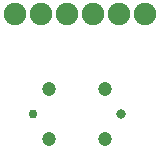
<source format=gbr>
%TF.GenerationSoftware,KiCad,Pcbnew,(6.0.9-0)*%
%TF.CreationDate,2022-11-16T11:59:38+01:00*%
%TF.ProjectId,GlowBand Dock PCB,476c6f77-4261-46e6-9420-446f636b2050,rev?*%
%TF.SameCoordinates,Original*%
%TF.FileFunction,Soldermask,Bot*%
%TF.FilePolarity,Negative*%
%FSLAX46Y46*%
G04 Gerber Fmt 4.6, Leading zero omitted, Abs format (unit mm)*
G04 Created by KiCad (PCBNEW (6.0.9-0)) date 2022-11-16 11:59:38*
%MOMM*%
%LPD*%
G01*
G04 APERTURE LIST*
%ADD10C,0.750013*%
%ADD11C,0.800000*%
%ADD12C,1.200000*%
%ADD13C,1.900000*%
G04 APERTURE END LIST*
D10*
%TO.C,U2*%
X95801499Y-70831714D03*
D11*
X103301626Y-70831714D03*
D12*
X97151511Y-72981574D03*
X101951613Y-68681600D03*
X101951613Y-72981574D03*
X97151511Y-68681600D03*
%TD*%
D13*
%TO.C,P1*%
X94294013Y-62392187D03*
X96494013Y-62392187D03*
X98694013Y-62392187D03*
X100894013Y-62392187D03*
X103094013Y-62392187D03*
X105294013Y-62392187D03*
%TD*%
M02*

</source>
